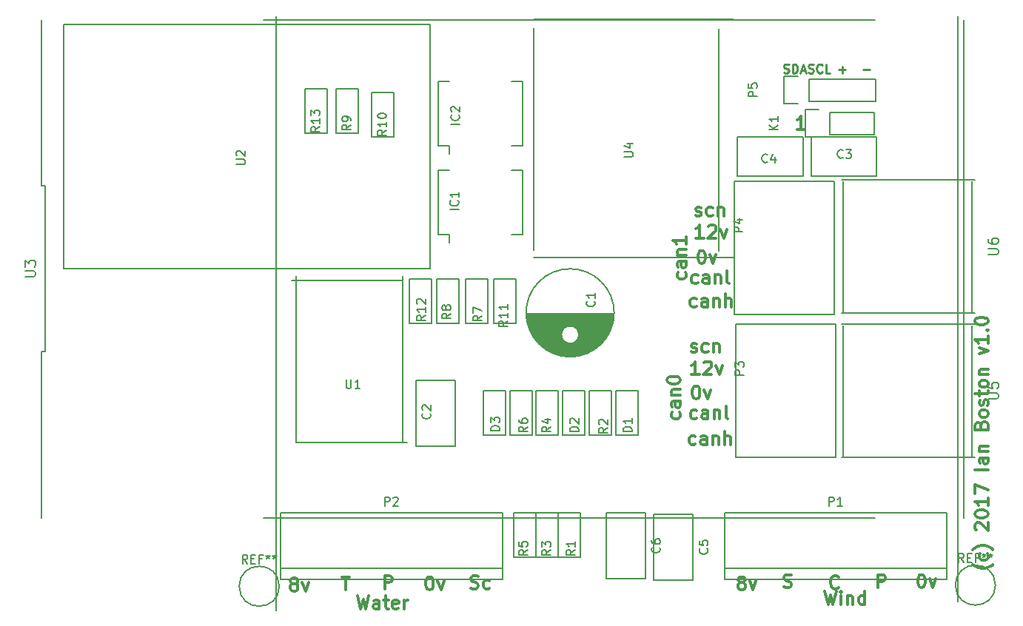
<source format=gto>
G04 #@! TF.FileFunction,Legend,Top*
%FSLAX46Y46*%
G04 Gerber Fmt 4.6, Leading zero omitted, Abs format (unit mm)*
G04 Created by KiCad (PCBNEW 4.0.6) date Thursday, 23 November 2017 'AMt' 10:57:14*
%MOMM*%
%LPD*%
G01*
G04 APERTURE LIST*
%ADD10C,0.100000*%
%ADD11C,0.300000*%
%ADD12C,0.250000*%
%ADD13C,0.200000*%
%ADD14C,0.150000*%
G04 APERTURE END LIST*
D10*
D11*
X156511572Y-58971571D02*
X155654429Y-58971571D01*
X156083001Y-58971571D02*
X156083001Y-57471571D01*
X155940144Y-57685857D01*
X155797286Y-57828714D01*
X155654429Y-57900143D01*
D12*
X163195048Y-52141429D02*
X163956953Y-52141429D01*
X160401048Y-52141429D02*
X161162953Y-52141429D01*
X160782001Y-52522381D02*
X160782001Y-51760476D01*
X156924524Y-52474762D02*
X157067381Y-52522381D01*
X157305477Y-52522381D01*
X157400715Y-52474762D01*
X157448334Y-52427143D01*
X157495953Y-52331905D01*
X157495953Y-52236667D01*
X157448334Y-52141429D01*
X157400715Y-52093810D01*
X157305477Y-52046190D01*
X157115000Y-51998571D01*
X157019762Y-51950952D01*
X156972143Y-51903333D01*
X156924524Y-51808095D01*
X156924524Y-51712857D01*
X156972143Y-51617619D01*
X157019762Y-51570000D01*
X157115000Y-51522381D01*
X157353096Y-51522381D01*
X157495953Y-51570000D01*
X158495953Y-52427143D02*
X158448334Y-52474762D01*
X158305477Y-52522381D01*
X158210239Y-52522381D01*
X158067381Y-52474762D01*
X157972143Y-52379524D01*
X157924524Y-52284286D01*
X157876905Y-52093810D01*
X157876905Y-51950952D01*
X157924524Y-51760476D01*
X157972143Y-51665238D01*
X158067381Y-51570000D01*
X158210239Y-51522381D01*
X158305477Y-51522381D01*
X158448334Y-51570000D01*
X158495953Y-51617619D01*
X159400715Y-52522381D02*
X158924524Y-52522381D01*
X158924524Y-51522381D01*
X154106714Y-52474762D02*
X154249571Y-52522381D01*
X154487667Y-52522381D01*
X154582905Y-52474762D01*
X154630524Y-52427143D01*
X154678143Y-52331905D01*
X154678143Y-52236667D01*
X154630524Y-52141429D01*
X154582905Y-52093810D01*
X154487667Y-52046190D01*
X154297190Y-51998571D01*
X154201952Y-51950952D01*
X154154333Y-51903333D01*
X154106714Y-51808095D01*
X154106714Y-51712857D01*
X154154333Y-51617619D01*
X154201952Y-51570000D01*
X154297190Y-51522381D01*
X154535286Y-51522381D01*
X154678143Y-51570000D01*
X155106714Y-52522381D02*
X155106714Y-51522381D01*
X155344809Y-51522381D01*
X155487667Y-51570000D01*
X155582905Y-51665238D01*
X155630524Y-51760476D01*
X155678143Y-51950952D01*
X155678143Y-52093810D01*
X155630524Y-52284286D01*
X155582905Y-52379524D01*
X155487667Y-52474762D01*
X155344809Y-52522381D01*
X155106714Y-52522381D01*
X156059095Y-52236667D02*
X156535286Y-52236667D01*
X155963857Y-52522381D02*
X156297190Y-51522381D01*
X156630524Y-52522381D01*
D11*
X178034000Y-108761856D02*
X177962571Y-108833284D01*
X177748286Y-108976141D01*
X177605429Y-109047570D01*
X177391143Y-109118999D01*
X177034000Y-109190427D01*
X176748286Y-109190427D01*
X176391143Y-109118999D01*
X176176857Y-109047570D01*
X176034000Y-108976141D01*
X175819714Y-108833284D01*
X175748286Y-108761856D01*
X177391143Y-107547570D02*
X177462571Y-107690427D01*
X177462571Y-107976141D01*
X177391143Y-108118999D01*
X177319714Y-108190427D01*
X177176857Y-108261856D01*
X176748286Y-108261856D01*
X176605429Y-108190427D01*
X176534000Y-108118999D01*
X176462571Y-107976141D01*
X176462571Y-107690427D01*
X176534000Y-107547570D01*
X178034000Y-107047570D02*
X177962571Y-106976142D01*
X177748286Y-106833285D01*
X177605429Y-106761856D01*
X177391143Y-106690427D01*
X177034000Y-106618999D01*
X176748286Y-106618999D01*
X176391143Y-106690427D01*
X176176857Y-106761856D01*
X176034000Y-106833285D01*
X175819714Y-106976142D01*
X175748286Y-107047570D01*
X176105429Y-104833285D02*
X176034000Y-104761856D01*
X175962571Y-104618999D01*
X175962571Y-104261856D01*
X176034000Y-104118999D01*
X176105429Y-104047570D01*
X176248286Y-103976142D01*
X176391143Y-103976142D01*
X176605429Y-104047570D01*
X177462571Y-104904713D01*
X177462571Y-103976142D01*
X175962571Y-103047571D02*
X175962571Y-102904714D01*
X176034000Y-102761857D01*
X176105429Y-102690428D01*
X176248286Y-102618999D01*
X176534000Y-102547571D01*
X176891143Y-102547571D01*
X177176857Y-102618999D01*
X177319714Y-102690428D01*
X177391143Y-102761857D01*
X177462571Y-102904714D01*
X177462571Y-103047571D01*
X177391143Y-103190428D01*
X177319714Y-103261857D01*
X177176857Y-103333285D01*
X176891143Y-103404714D01*
X176534000Y-103404714D01*
X176248286Y-103333285D01*
X176105429Y-103261857D01*
X176034000Y-103190428D01*
X175962571Y-103047571D01*
X177462571Y-101119000D02*
X177462571Y-101976143D01*
X177462571Y-101547571D02*
X175962571Y-101547571D01*
X176176857Y-101690428D01*
X176319714Y-101833286D01*
X176391143Y-101976143D01*
X175962571Y-100619000D02*
X175962571Y-99619000D01*
X177462571Y-100261857D01*
X177462571Y-97904715D02*
X175962571Y-97904715D01*
X177462571Y-96547572D02*
X176676857Y-96547572D01*
X176534000Y-96619001D01*
X176462571Y-96761858D01*
X176462571Y-97047572D01*
X176534000Y-97190429D01*
X177391143Y-96547572D02*
X177462571Y-96690429D01*
X177462571Y-97047572D01*
X177391143Y-97190429D01*
X177248286Y-97261858D01*
X177105429Y-97261858D01*
X176962571Y-97190429D01*
X176891143Y-97047572D01*
X176891143Y-96690429D01*
X176819714Y-96547572D01*
X176462571Y-95833286D02*
X177462571Y-95833286D01*
X176605429Y-95833286D02*
X176534000Y-95761858D01*
X176462571Y-95619000D01*
X176462571Y-95404715D01*
X176534000Y-95261858D01*
X176676857Y-95190429D01*
X177462571Y-95190429D01*
X176676857Y-92833286D02*
X176748286Y-92619000D01*
X176819714Y-92547572D01*
X176962571Y-92476143D01*
X177176857Y-92476143D01*
X177319714Y-92547572D01*
X177391143Y-92619000D01*
X177462571Y-92761858D01*
X177462571Y-93333286D01*
X175962571Y-93333286D01*
X175962571Y-92833286D01*
X176034000Y-92690429D01*
X176105429Y-92619000D01*
X176248286Y-92547572D01*
X176391143Y-92547572D01*
X176534000Y-92619000D01*
X176605429Y-92690429D01*
X176676857Y-92833286D01*
X176676857Y-93333286D01*
X177462571Y-91619000D02*
X177391143Y-91761858D01*
X177319714Y-91833286D01*
X177176857Y-91904715D01*
X176748286Y-91904715D01*
X176605429Y-91833286D01*
X176534000Y-91761858D01*
X176462571Y-91619000D01*
X176462571Y-91404715D01*
X176534000Y-91261858D01*
X176605429Y-91190429D01*
X176748286Y-91119000D01*
X177176857Y-91119000D01*
X177319714Y-91190429D01*
X177391143Y-91261858D01*
X177462571Y-91404715D01*
X177462571Y-91619000D01*
X177391143Y-90547572D02*
X177462571Y-90404715D01*
X177462571Y-90119000D01*
X177391143Y-89976143D01*
X177248286Y-89904715D01*
X177176857Y-89904715D01*
X177034000Y-89976143D01*
X176962571Y-90119000D01*
X176962571Y-90333286D01*
X176891143Y-90476143D01*
X176748286Y-90547572D01*
X176676857Y-90547572D01*
X176534000Y-90476143D01*
X176462571Y-90333286D01*
X176462571Y-90119000D01*
X176534000Y-89976143D01*
X176462571Y-89476143D02*
X176462571Y-88904714D01*
X175962571Y-89261857D02*
X177248286Y-89261857D01*
X177391143Y-89190429D01*
X177462571Y-89047571D01*
X177462571Y-88904714D01*
X177462571Y-88190428D02*
X177391143Y-88333286D01*
X177319714Y-88404714D01*
X177176857Y-88476143D01*
X176748286Y-88476143D01*
X176605429Y-88404714D01*
X176534000Y-88333286D01*
X176462571Y-88190428D01*
X176462571Y-87976143D01*
X176534000Y-87833286D01*
X176605429Y-87761857D01*
X176748286Y-87690428D01*
X177176857Y-87690428D01*
X177319714Y-87761857D01*
X177391143Y-87833286D01*
X177462571Y-87976143D01*
X177462571Y-88190428D01*
X176462571Y-87047571D02*
X177462571Y-87047571D01*
X176605429Y-87047571D02*
X176534000Y-86976143D01*
X176462571Y-86833285D01*
X176462571Y-86619000D01*
X176534000Y-86476143D01*
X176676857Y-86404714D01*
X177462571Y-86404714D01*
X176462571Y-84690428D02*
X177462571Y-84333285D01*
X176462571Y-83976143D01*
X177462571Y-82619000D02*
X177462571Y-83476143D01*
X177462571Y-83047571D02*
X175962571Y-83047571D01*
X176176857Y-83190428D01*
X176319714Y-83333286D01*
X176391143Y-83476143D01*
X177319714Y-81976143D02*
X177391143Y-81904715D01*
X177462571Y-81976143D01*
X177391143Y-82047572D01*
X177319714Y-81976143D01*
X177462571Y-81976143D01*
X175962571Y-80976143D02*
X175962571Y-80833286D01*
X176034000Y-80690429D01*
X176105429Y-80619000D01*
X176248286Y-80547571D01*
X176534000Y-80476143D01*
X176891143Y-80476143D01*
X177176857Y-80547571D01*
X177319714Y-80619000D01*
X177391143Y-80690429D01*
X177462571Y-80833286D01*
X177462571Y-80976143D01*
X177391143Y-81119000D01*
X177319714Y-81190429D01*
X177176857Y-81261857D01*
X176891143Y-81333286D01*
X176534000Y-81333286D01*
X176248286Y-81261857D01*
X176105429Y-81190429D01*
X176034000Y-81119000D01*
X175962571Y-80976143D01*
X158805857Y-111827571D02*
X159163000Y-113327571D01*
X159448714Y-112256143D01*
X159734428Y-113327571D01*
X160091571Y-111827571D01*
X160663000Y-113327571D02*
X160663000Y-112327571D01*
X160663000Y-111827571D02*
X160591571Y-111899000D01*
X160663000Y-111970429D01*
X160734428Y-111899000D01*
X160663000Y-111827571D01*
X160663000Y-111970429D01*
X161377286Y-112327571D02*
X161377286Y-113327571D01*
X161377286Y-112470429D02*
X161448714Y-112399000D01*
X161591572Y-112327571D01*
X161805857Y-112327571D01*
X161948714Y-112399000D01*
X162020143Y-112541857D01*
X162020143Y-113327571D01*
X163377286Y-113327571D02*
X163377286Y-111827571D01*
X163377286Y-113256143D02*
X163234429Y-113327571D01*
X162948715Y-113327571D01*
X162805857Y-113256143D01*
X162734429Y-113184714D01*
X162663000Y-113041857D01*
X162663000Y-112613286D01*
X162734429Y-112470429D01*
X162805857Y-112399000D01*
X162948715Y-112327571D01*
X163234429Y-112327571D01*
X163377286Y-112399000D01*
X169791143Y-109922571D02*
X169934000Y-109922571D01*
X170076857Y-109994000D01*
X170148286Y-110065429D01*
X170219715Y-110208286D01*
X170291143Y-110494000D01*
X170291143Y-110851143D01*
X170219715Y-111136857D01*
X170148286Y-111279714D01*
X170076857Y-111351143D01*
X169934000Y-111422571D01*
X169791143Y-111422571D01*
X169648286Y-111351143D01*
X169576857Y-111279714D01*
X169505429Y-111136857D01*
X169434000Y-110851143D01*
X169434000Y-110494000D01*
X169505429Y-110208286D01*
X169576857Y-110065429D01*
X169648286Y-109994000D01*
X169791143Y-109922571D01*
X170791143Y-110422571D02*
X171148286Y-111422571D01*
X171505428Y-110422571D01*
X164834143Y-111422571D02*
X164834143Y-109922571D01*
X165405571Y-109922571D01*
X165548429Y-109994000D01*
X165619857Y-110065429D01*
X165691286Y-110208286D01*
X165691286Y-110422571D01*
X165619857Y-110565429D01*
X165548429Y-110636857D01*
X165405571Y-110708286D01*
X164834143Y-110708286D01*
X160357286Y-111406714D02*
X160285857Y-111478143D01*
X160071571Y-111549571D01*
X159928714Y-111549571D01*
X159714429Y-111478143D01*
X159571571Y-111335286D01*
X159500143Y-111192429D01*
X159428714Y-110906714D01*
X159428714Y-110692429D01*
X159500143Y-110406714D01*
X159571571Y-110263857D01*
X159714429Y-110121000D01*
X159928714Y-110049571D01*
X160071571Y-110049571D01*
X160285857Y-110121000D01*
X160357286Y-110192429D01*
X154130429Y-111351143D02*
X154344715Y-111422571D01*
X154701858Y-111422571D01*
X154844715Y-111351143D01*
X154916144Y-111279714D01*
X154987572Y-111136857D01*
X154987572Y-110994000D01*
X154916144Y-110851143D01*
X154844715Y-110779714D01*
X154701858Y-110708286D01*
X154416144Y-110636857D01*
X154273286Y-110565429D01*
X154201858Y-110494000D01*
X154130429Y-110351143D01*
X154130429Y-110208286D01*
X154201858Y-110065429D01*
X154273286Y-109994000D01*
X154416144Y-109922571D01*
X154773286Y-109922571D01*
X154987572Y-109994000D01*
X149145715Y-110819429D02*
X149002857Y-110748000D01*
X148931429Y-110676571D01*
X148860000Y-110533714D01*
X148860000Y-110462286D01*
X148931429Y-110319429D01*
X149002857Y-110248000D01*
X149145715Y-110176571D01*
X149431429Y-110176571D01*
X149574286Y-110248000D01*
X149645715Y-110319429D01*
X149717143Y-110462286D01*
X149717143Y-110533714D01*
X149645715Y-110676571D01*
X149574286Y-110748000D01*
X149431429Y-110819429D01*
X149145715Y-110819429D01*
X149002857Y-110890857D01*
X148931429Y-110962286D01*
X148860000Y-111105143D01*
X148860000Y-111390857D01*
X148931429Y-111533714D01*
X149002857Y-111605143D01*
X149145715Y-111676571D01*
X149431429Y-111676571D01*
X149574286Y-111605143D01*
X149645715Y-111533714D01*
X149717143Y-111390857D01*
X149717143Y-111105143D01*
X149645715Y-110962286D01*
X149574286Y-110890857D01*
X149431429Y-110819429D01*
X150217143Y-110676571D02*
X150574286Y-111676571D01*
X150931428Y-110676571D01*
X118308572Y-111478143D02*
X118522858Y-111549571D01*
X118880001Y-111549571D01*
X119022858Y-111478143D01*
X119094287Y-111406714D01*
X119165715Y-111263857D01*
X119165715Y-111121000D01*
X119094287Y-110978143D01*
X119022858Y-110906714D01*
X118880001Y-110835286D01*
X118594287Y-110763857D01*
X118451429Y-110692429D01*
X118380001Y-110621000D01*
X118308572Y-110478143D01*
X118308572Y-110335286D01*
X118380001Y-110192429D01*
X118451429Y-110121000D01*
X118594287Y-110049571D01*
X118951429Y-110049571D01*
X119165715Y-110121000D01*
X120451429Y-111478143D02*
X120308572Y-111549571D01*
X120022858Y-111549571D01*
X119880000Y-111478143D01*
X119808572Y-111406714D01*
X119737143Y-111263857D01*
X119737143Y-110835286D01*
X119808572Y-110692429D01*
X119880000Y-110621000D01*
X120022858Y-110549571D01*
X120308572Y-110549571D01*
X120451429Y-110621000D01*
X113530143Y-110176571D02*
X113673000Y-110176571D01*
X113815857Y-110248000D01*
X113887286Y-110319429D01*
X113958715Y-110462286D01*
X114030143Y-110748000D01*
X114030143Y-111105143D01*
X113958715Y-111390857D01*
X113887286Y-111533714D01*
X113815857Y-111605143D01*
X113673000Y-111676571D01*
X113530143Y-111676571D01*
X113387286Y-111605143D01*
X113315857Y-111533714D01*
X113244429Y-111390857D01*
X113173000Y-111105143D01*
X113173000Y-110748000D01*
X113244429Y-110462286D01*
X113315857Y-110319429D01*
X113387286Y-110248000D01*
X113530143Y-110176571D01*
X114530143Y-110676571D02*
X114887286Y-111676571D01*
X115244428Y-110676571D01*
X108446143Y-111549571D02*
X108446143Y-110049571D01*
X109017571Y-110049571D01*
X109160429Y-110121000D01*
X109231857Y-110192429D01*
X109303286Y-110335286D01*
X109303286Y-110549571D01*
X109231857Y-110692429D01*
X109160429Y-110763857D01*
X109017571Y-110835286D01*
X108446143Y-110835286D01*
X105346858Y-112335571D02*
X105704001Y-113835571D01*
X105989715Y-112764143D01*
X106275429Y-113835571D01*
X106632572Y-112335571D01*
X107846858Y-113835571D02*
X107846858Y-113049857D01*
X107775429Y-112907000D01*
X107632572Y-112835571D01*
X107346858Y-112835571D01*
X107204001Y-112907000D01*
X107846858Y-113764143D02*
X107704001Y-113835571D01*
X107346858Y-113835571D01*
X107204001Y-113764143D01*
X107132572Y-113621286D01*
X107132572Y-113478429D01*
X107204001Y-113335571D01*
X107346858Y-113264143D01*
X107704001Y-113264143D01*
X107846858Y-113192714D01*
X108346858Y-112835571D02*
X108918287Y-112835571D01*
X108561144Y-112335571D02*
X108561144Y-113621286D01*
X108632572Y-113764143D01*
X108775430Y-113835571D01*
X108918287Y-113835571D01*
X109989715Y-113764143D02*
X109846858Y-113835571D01*
X109561144Y-113835571D01*
X109418287Y-113764143D01*
X109346858Y-113621286D01*
X109346858Y-113049857D01*
X109418287Y-112907000D01*
X109561144Y-112835571D01*
X109846858Y-112835571D01*
X109989715Y-112907000D01*
X110061144Y-113049857D01*
X110061144Y-113192714D01*
X109346858Y-113335571D01*
X110704001Y-113835571D02*
X110704001Y-112835571D01*
X110704001Y-113121286D02*
X110775429Y-112978429D01*
X110846858Y-112907000D01*
X110989715Y-112835571D01*
X111132572Y-112835571D01*
X103584429Y-110176571D02*
X104441572Y-110176571D01*
X104013001Y-111676571D02*
X104013001Y-110176571D01*
X97964715Y-110946429D02*
X97821857Y-110875000D01*
X97750429Y-110803571D01*
X97679000Y-110660714D01*
X97679000Y-110589286D01*
X97750429Y-110446429D01*
X97821857Y-110375000D01*
X97964715Y-110303571D01*
X98250429Y-110303571D01*
X98393286Y-110375000D01*
X98464715Y-110446429D01*
X98536143Y-110589286D01*
X98536143Y-110660714D01*
X98464715Y-110803571D01*
X98393286Y-110875000D01*
X98250429Y-110946429D01*
X97964715Y-110946429D01*
X97821857Y-111017857D01*
X97750429Y-111089286D01*
X97679000Y-111232143D01*
X97679000Y-111517857D01*
X97750429Y-111660714D01*
X97821857Y-111732143D01*
X97964715Y-111803571D01*
X98250429Y-111803571D01*
X98393286Y-111732143D01*
X98464715Y-111660714D01*
X98536143Y-111517857D01*
X98536143Y-111232143D01*
X98464715Y-111089286D01*
X98393286Y-111017857D01*
X98250429Y-110946429D01*
X99036143Y-110803571D02*
X99393286Y-111803571D01*
X99750428Y-110803571D01*
X142212143Y-91376285D02*
X142283571Y-91519142D01*
X142283571Y-91804856D01*
X142212143Y-91947714D01*
X142140714Y-92019142D01*
X141997857Y-92090571D01*
X141569286Y-92090571D01*
X141426429Y-92019142D01*
X141355000Y-91947714D01*
X141283571Y-91804856D01*
X141283571Y-91519142D01*
X141355000Y-91376285D01*
X142283571Y-90090571D02*
X141497857Y-90090571D01*
X141355000Y-90162000D01*
X141283571Y-90304857D01*
X141283571Y-90590571D01*
X141355000Y-90733428D01*
X142212143Y-90090571D02*
X142283571Y-90233428D01*
X142283571Y-90590571D01*
X142212143Y-90733428D01*
X142069286Y-90804857D01*
X141926429Y-90804857D01*
X141783571Y-90733428D01*
X141712143Y-90590571D01*
X141712143Y-90233428D01*
X141640714Y-90090571D01*
X141283571Y-89376285D02*
X142283571Y-89376285D01*
X141426429Y-89376285D02*
X141355000Y-89304857D01*
X141283571Y-89161999D01*
X141283571Y-88947714D01*
X141355000Y-88804857D01*
X141497857Y-88733428D01*
X142283571Y-88733428D01*
X140783571Y-87733428D02*
X140783571Y-87590571D01*
X140855000Y-87447714D01*
X140926429Y-87376285D01*
X141069286Y-87304856D01*
X141355000Y-87233428D01*
X141712143Y-87233428D01*
X141997857Y-87304856D01*
X142140714Y-87376285D01*
X142212143Y-87447714D01*
X142283571Y-87590571D01*
X142283571Y-87733428D01*
X142212143Y-87876285D01*
X142140714Y-87947714D01*
X141997857Y-88019142D01*
X141712143Y-88090571D01*
X141355000Y-88090571D01*
X141069286Y-88019142D01*
X140926429Y-87947714D01*
X140855000Y-87876285D01*
X140783571Y-87733428D01*
X142847143Y-75374285D02*
X142918571Y-75517142D01*
X142918571Y-75802856D01*
X142847143Y-75945714D01*
X142775714Y-76017142D01*
X142632857Y-76088571D01*
X142204286Y-76088571D01*
X142061429Y-76017142D01*
X141990000Y-75945714D01*
X141918571Y-75802856D01*
X141918571Y-75517142D01*
X141990000Y-75374285D01*
X142918571Y-74088571D02*
X142132857Y-74088571D01*
X141990000Y-74160000D01*
X141918571Y-74302857D01*
X141918571Y-74588571D01*
X141990000Y-74731428D01*
X142847143Y-74088571D02*
X142918571Y-74231428D01*
X142918571Y-74588571D01*
X142847143Y-74731428D01*
X142704286Y-74802857D01*
X142561429Y-74802857D01*
X142418571Y-74731428D01*
X142347143Y-74588571D01*
X142347143Y-74231428D01*
X142275714Y-74088571D01*
X141918571Y-73374285D02*
X142918571Y-73374285D01*
X142061429Y-73374285D02*
X141990000Y-73302857D01*
X141918571Y-73159999D01*
X141918571Y-72945714D01*
X141990000Y-72802857D01*
X142132857Y-72731428D01*
X142918571Y-72731428D01*
X142918571Y-71231428D02*
X142918571Y-72088571D01*
X142918571Y-71659999D02*
X141418571Y-71659999D01*
X141632857Y-71802856D01*
X141775714Y-71945714D01*
X141847143Y-72088571D01*
X144117429Y-79220143D02*
X143974572Y-79291571D01*
X143688858Y-79291571D01*
X143546000Y-79220143D01*
X143474572Y-79148714D01*
X143403143Y-79005857D01*
X143403143Y-78577286D01*
X143474572Y-78434429D01*
X143546000Y-78363000D01*
X143688858Y-78291571D01*
X143974572Y-78291571D01*
X144117429Y-78363000D01*
X145403143Y-79291571D02*
X145403143Y-78505857D01*
X145331714Y-78363000D01*
X145188857Y-78291571D01*
X144903143Y-78291571D01*
X144760286Y-78363000D01*
X145403143Y-79220143D02*
X145260286Y-79291571D01*
X144903143Y-79291571D01*
X144760286Y-79220143D01*
X144688857Y-79077286D01*
X144688857Y-78934429D01*
X144760286Y-78791571D01*
X144903143Y-78720143D01*
X145260286Y-78720143D01*
X145403143Y-78648714D01*
X146117429Y-78291571D02*
X146117429Y-79291571D01*
X146117429Y-78434429D02*
X146188857Y-78363000D01*
X146331715Y-78291571D01*
X146546000Y-78291571D01*
X146688857Y-78363000D01*
X146760286Y-78505857D01*
X146760286Y-79291571D01*
X147474572Y-79291571D02*
X147474572Y-77791571D01*
X148117429Y-79291571D02*
X148117429Y-78505857D01*
X148046000Y-78363000D01*
X147903143Y-78291571D01*
X147688858Y-78291571D01*
X147546000Y-78363000D01*
X147474572Y-78434429D01*
X144276143Y-76553143D02*
X144133286Y-76624571D01*
X143847572Y-76624571D01*
X143704714Y-76553143D01*
X143633286Y-76481714D01*
X143561857Y-76338857D01*
X143561857Y-75910286D01*
X143633286Y-75767429D01*
X143704714Y-75696000D01*
X143847572Y-75624571D01*
X144133286Y-75624571D01*
X144276143Y-75696000D01*
X145561857Y-76624571D02*
X145561857Y-75838857D01*
X145490428Y-75696000D01*
X145347571Y-75624571D01*
X145061857Y-75624571D01*
X144919000Y-75696000D01*
X145561857Y-76553143D02*
X145419000Y-76624571D01*
X145061857Y-76624571D01*
X144919000Y-76553143D01*
X144847571Y-76410286D01*
X144847571Y-76267429D01*
X144919000Y-76124571D01*
X145061857Y-76053143D01*
X145419000Y-76053143D01*
X145561857Y-75981714D01*
X146276143Y-75624571D02*
X146276143Y-76624571D01*
X146276143Y-75767429D02*
X146347571Y-75696000D01*
X146490429Y-75624571D01*
X146704714Y-75624571D01*
X146847571Y-75696000D01*
X146919000Y-75838857D01*
X146919000Y-76624571D01*
X147847572Y-76624571D02*
X147704714Y-76553143D01*
X147633286Y-76410286D01*
X147633286Y-75124571D01*
X144645143Y-72838571D02*
X144788000Y-72838571D01*
X144930857Y-72910000D01*
X145002286Y-72981429D01*
X145073715Y-73124286D01*
X145145143Y-73410000D01*
X145145143Y-73767143D01*
X145073715Y-74052857D01*
X145002286Y-74195714D01*
X144930857Y-74267143D01*
X144788000Y-74338571D01*
X144645143Y-74338571D01*
X144502286Y-74267143D01*
X144430857Y-74195714D01*
X144359429Y-74052857D01*
X144288000Y-73767143D01*
X144288000Y-73410000D01*
X144359429Y-73124286D01*
X144430857Y-72981429D01*
X144502286Y-72910000D01*
X144645143Y-72838571D01*
X145645143Y-73338571D02*
X146002286Y-74338571D01*
X146359428Y-73338571D01*
X144938858Y-71417571D02*
X144081715Y-71417571D01*
X144510287Y-71417571D02*
X144510287Y-69917571D01*
X144367430Y-70131857D01*
X144224572Y-70274714D01*
X144081715Y-70346143D01*
X145510286Y-70060429D02*
X145581715Y-69989000D01*
X145724572Y-69917571D01*
X146081715Y-69917571D01*
X146224572Y-69989000D01*
X146296001Y-70060429D01*
X146367429Y-70203286D01*
X146367429Y-70346143D01*
X146296001Y-70560429D01*
X145438858Y-71417571D01*
X146367429Y-71417571D01*
X146867429Y-70417571D02*
X147224572Y-71417571D01*
X147581714Y-70417571D01*
X144026143Y-68806143D02*
X144169000Y-68877571D01*
X144454715Y-68877571D01*
X144597572Y-68806143D01*
X144669000Y-68663286D01*
X144669000Y-68591857D01*
X144597572Y-68449000D01*
X144454715Y-68377571D01*
X144240429Y-68377571D01*
X144097572Y-68306143D01*
X144026143Y-68163286D01*
X144026143Y-68091857D01*
X144097572Y-67949000D01*
X144240429Y-67877571D01*
X144454715Y-67877571D01*
X144597572Y-67949000D01*
X145954715Y-68806143D02*
X145811858Y-68877571D01*
X145526144Y-68877571D01*
X145383286Y-68806143D01*
X145311858Y-68734714D01*
X145240429Y-68591857D01*
X145240429Y-68163286D01*
X145311858Y-68020429D01*
X145383286Y-67949000D01*
X145526144Y-67877571D01*
X145811858Y-67877571D01*
X145954715Y-67949000D01*
X146597572Y-67877571D02*
X146597572Y-68877571D01*
X146597572Y-68020429D02*
X146669000Y-67949000D01*
X146811858Y-67877571D01*
X147026143Y-67877571D01*
X147169000Y-67949000D01*
X147240429Y-68091857D01*
X147240429Y-68877571D01*
X143518143Y-84427143D02*
X143661000Y-84498571D01*
X143946715Y-84498571D01*
X144089572Y-84427143D01*
X144161000Y-84284286D01*
X144161000Y-84212857D01*
X144089572Y-84070000D01*
X143946715Y-83998571D01*
X143732429Y-83998571D01*
X143589572Y-83927143D01*
X143518143Y-83784286D01*
X143518143Y-83712857D01*
X143589572Y-83570000D01*
X143732429Y-83498571D01*
X143946715Y-83498571D01*
X144089572Y-83570000D01*
X145446715Y-84427143D02*
X145303858Y-84498571D01*
X145018144Y-84498571D01*
X144875286Y-84427143D01*
X144803858Y-84355714D01*
X144732429Y-84212857D01*
X144732429Y-83784286D01*
X144803858Y-83641429D01*
X144875286Y-83570000D01*
X145018144Y-83498571D01*
X145303858Y-83498571D01*
X145446715Y-83570000D01*
X146089572Y-83498571D02*
X146089572Y-84498571D01*
X146089572Y-83641429D02*
X146161000Y-83570000D01*
X146303858Y-83498571D01*
X146518143Y-83498571D01*
X146661000Y-83570000D01*
X146732429Y-83712857D01*
X146732429Y-84498571D01*
X144430858Y-87038571D02*
X143573715Y-87038571D01*
X144002287Y-87038571D02*
X144002287Y-85538571D01*
X143859430Y-85752857D01*
X143716572Y-85895714D01*
X143573715Y-85967143D01*
X145002286Y-85681429D02*
X145073715Y-85610000D01*
X145216572Y-85538571D01*
X145573715Y-85538571D01*
X145716572Y-85610000D01*
X145788001Y-85681429D01*
X145859429Y-85824286D01*
X145859429Y-85967143D01*
X145788001Y-86181429D01*
X144930858Y-87038571D01*
X145859429Y-87038571D01*
X146359429Y-86038571D02*
X146716572Y-87038571D01*
X147073714Y-86038571D01*
X144010143Y-88332571D02*
X144153000Y-88332571D01*
X144295857Y-88404000D01*
X144367286Y-88475429D01*
X144438715Y-88618286D01*
X144510143Y-88904000D01*
X144510143Y-89261143D01*
X144438715Y-89546857D01*
X144367286Y-89689714D01*
X144295857Y-89761143D01*
X144153000Y-89832571D01*
X144010143Y-89832571D01*
X143867286Y-89761143D01*
X143795857Y-89689714D01*
X143724429Y-89546857D01*
X143653000Y-89261143D01*
X143653000Y-88904000D01*
X143724429Y-88618286D01*
X143795857Y-88475429D01*
X143867286Y-88404000D01*
X144010143Y-88332571D01*
X145010143Y-88832571D02*
X145367286Y-89832571D01*
X145724428Y-88832571D01*
X144149143Y-92047143D02*
X144006286Y-92118571D01*
X143720572Y-92118571D01*
X143577714Y-92047143D01*
X143506286Y-91975714D01*
X143434857Y-91832857D01*
X143434857Y-91404286D01*
X143506286Y-91261429D01*
X143577714Y-91190000D01*
X143720572Y-91118571D01*
X144006286Y-91118571D01*
X144149143Y-91190000D01*
X145434857Y-92118571D02*
X145434857Y-91332857D01*
X145363428Y-91190000D01*
X145220571Y-91118571D01*
X144934857Y-91118571D01*
X144792000Y-91190000D01*
X145434857Y-92047143D02*
X145292000Y-92118571D01*
X144934857Y-92118571D01*
X144792000Y-92047143D01*
X144720571Y-91904286D01*
X144720571Y-91761429D01*
X144792000Y-91618571D01*
X144934857Y-91547143D01*
X145292000Y-91547143D01*
X145434857Y-91475714D01*
X146149143Y-91118571D02*
X146149143Y-92118571D01*
X146149143Y-91261429D02*
X146220571Y-91190000D01*
X146363429Y-91118571D01*
X146577714Y-91118571D01*
X146720571Y-91190000D01*
X146792000Y-91332857D01*
X146792000Y-92118571D01*
X147720572Y-92118571D02*
X147577714Y-92047143D01*
X147506286Y-91904286D01*
X147506286Y-90618571D01*
X143990429Y-94968143D02*
X143847572Y-95039571D01*
X143561858Y-95039571D01*
X143419000Y-94968143D01*
X143347572Y-94896714D01*
X143276143Y-94753857D01*
X143276143Y-94325286D01*
X143347572Y-94182429D01*
X143419000Y-94111000D01*
X143561858Y-94039571D01*
X143847572Y-94039571D01*
X143990429Y-94111000D01*
X145276143Y-95039571D02*
X145276143Y-94253857D01*
X145204714Y-94111000D01*
X145061857Y-94039571D01*
X144776143Y-94039571D01*
X144633286Y-94111000D01*
X145276143Y-94968143D02*
X145133286Y-95039571D01*
X144776143Y-95039571D01*
X144633286Y-94968143D01*
X144561857Y-94825286D01*
X144561857Y-94682429D01*
X144633286Y-94539571D01*
X144776143Y-94468143D01*
X145133286Y-94468143D01*
X145276143Y-94396714D01*
X145990429Y-94039571D02*
X145990429Y-95039571D01*
X145990429Y-94182429D02*
X146061857Y-94111000D01*
X146204715Y-94039571D01*
X146419000Y-94039571D01*
X146561857Y-94111000D01*
X146633286Y-94253857D01*
X146633286Y-95039571D01*
X147347572Y-95039571D02*
X147347572Y-93539571D01*
X147990429Y-95039571D02*
X147990429Y-94253857D01*
X147919000Y-94111000D01*
X147776143Y-94039571D01*
X147561858Y-94039571D01*
X147419000Y-94111000D01*
X147347572Y-94182429D01*
D13*
X174000000Y-46000000D02*
X174000000Y-113000000D01*
X96000000Y-46000000D02*
X96000000Y-114000000D01*
D14*
X134666000Y-80045000D02*
X124668000Y-80045000D01*
X134662000Y-80185000D02*
X124672000Y-80185000D01*
X134654000Y-80325000D02*
X124680000Y-80325000D01*
X134642000Y-80465000D02*
X124692000Y-80465000D01*
X134627000Y-80605000D02*
X124707000Y-80605000D01*
X134607000Y-80745000D02*
X124727000Y-80745000D01*
X134583000Y-80885000D02*
X124751000Y-80885000D01*
X134554000Y-81025000D02*
X124780000Y-81025000D01*
X134522000Y-81165000D02*
X124812000Y-81165000D01*
X134485000Y-81305000D02*
X124849000Y-81305000D01*
X134444000Y-81445000D02*
X124890000Y-81445000D01*
X134399000Y-81585000D02*
X130133000Y-81585000D01*
X129201000Y-81585000D02*
X124935000Y-81585000D01*
X134349000Y-81725000D02*
X130334000Y-81725000D01*
X129000000Y-81725000D02*
X124985000Y-81725000D01*
X134294000Y-81865000D02*
X130463000Y-81865000D01*
X128871000Y-81865000D02*
X125040000Y-81865000D01*
X134234000Y-82005000D02*
X130552000Y-82005000D01*
X128782000Y-82005000D02*
X125100000Y-82005000D01*
X134169000Y-82145000D02*
X130613000Y-82145000D01*
X128721000Y-82145000D02*
X125165000Y-82145000D01*
X134099000Y-82285000D02*
X130650000Y-82285000D01*
X128684000Y-82285000D02*
X125235000Y-82285000D01*
X134023000Y-82425000D02*
X130666000Y-82425000D01*
X128668000Y-82425000D02*
X125311000Y-82425000D01*
X133941000Y-82565000D02*
X130662000Y-82565000D01*
X128672000Y-82565000D02*
X125393000Y-82565000D01*
X133853000Y-82705000D02*
X130639000Y-82705000D01*
X128695000Y-82705000D02*
X125481000Y-82705000D01*
X133758000Y-82845000D02*
X130594000Y-82845000D01*
X128740000Y-82845000D02*
X125576000Y-82845000D01*
X133656000Y-82985000D02*
X130524000Y-82985000D01*
X128810000Y-82985000D02*
X125678000Y-82985000D01*
X133546000Y-83125000D02*
X130423000Y-83125000D01*
X128911000Y-83125000D02*
X125788000Y-83125000D01*
X133428000Y-83265000D02*
X130274000Y-83265000D01*
X129060000Y-83265000D02*
X125906000Y-83265000D01*
X133300000Y-83405000D02*
X130022000Y-83405000D01*
X129312000Y-83405000D02*
X126034000Y-83405000D01*
X133163000Y-83545000D02*
X126171000Y-83545000D01*
X133013000Y-83685000D02*
X126321000Y-83685000D01*
X132851000Y-83825000D02*
X126483000Y-83825000D01*
X132674000Y-83965000D02*
X126660000Y-83965000D01*
X132478000Y-84105000D02*
X126856000Y-84105000D01*
X132260000Y-84245000D02*
X127074000Y-84245000D01*
X132014000Y-84385000D02*
X127320000Y-84385000D01*
X131729000Y-84525000D02*
X127605000Y-84525000D01*
X131387000Y-84665000D02*
X127947000Y-84665000D01*
X130941000Y-84805000D02*
X128393000Y-84805000D01*
X130166000Y-84945000D02*
X129168000Y-84945000D01*
X130667000Y-82470000D02*
G75*
G03X130667000Y-82470000I-1000000J0D01*
G01*
X134704500Y-79970000D02*
G75*
G03X134704500Y-79970000I-5037500J0D01*
G01*
X112050000Y-95230000D02*
X112050000Y-87730000D01*
X112050000Y-87730000D02*
X116550000Y-87730000D01*
X116550000Y-87730000D02*
X116550000Y-95230000D01*
X116550000Y-95230000D02*
X112050000Y-95230000D01*
X157246000Y-59853000D02*
X164746000Y-59853000D01*
X164746000Y-59853000D02*
X164746000Y-64353000D01*
X164746000Y-64353000D02*
X157246000Y-64353000D01*
X157246000Y-64353000D02*
X157246000Y-59853000D01*
X156317000Y-64353000D02*
X148817000Y-64353000D01*
X148817000Y-64353000D02*
X148817000Y-59853000D01*
X148817000Y-59853000D02*
X156317000Y-59853000D01*
X156317000Y-59853000D02*
X156317000Y-64353000D01*
X114545000Y-70985000D02*
X115815000Y-70985000D01*
X114545000Y-63635000D02*
X115815000Y-63635000D01*
X124215000Y-63635000D02*
X122945000Y-63635000D01*
X124215000Y-70985000D02*
X122945000Y-70985000D01*
X114545000Y-70985000D02*
X114545000Y-63635000D01*
X124215000Y-70985000D02*
X124215000Y-63635000D01*
X115815000Y-70985000D02*
X115815000Y-71920000D01*
X114545000Y-60825000D02*
X115815000Y-60825000D01*
X114545000Y-53475000D02*
X115815000Y-53475000D01*
X124215000Y-53475000D02*
X122945000Y-53475000D01*
X124215000Y-60825000D02*
X122945000Y-60825000D01*
X114545000Y-60825000D02*
X114545000Y-53475000D01*
X124215000Y-60825000D02*
X124215000Y-53475000D01*
X115815000Y-60825000D02*
X115815000Y-61760000D01*
X147320000Y-110490000D02*
X172720000Y-110490000D01*
X147320000Y-109220000D02*
X172720000Y-109220000D01*
X147320000Y-102870000D02*
X172720000Y-102870000D01*
X172720000Y-102870000D02*
X172720000Y-110490000D01*
X147320000Y-102870000D02*
X147320000Y-110490000D01*
X96520000Y-110490000D02*
X121920000Y-110490000D01*
X96520000Y-109220000D02*
X121920000Y-109220000D01*
X96520000Y-102870000D02*
X121920000Y-102870000D01*
X121920000Y-102870000D02*
X121920000Y-110490000D01*
X96520000Y-102870000D02*
X96520000Y-110490000D01*
X158750000Y-96520000D02*
X160020000Y-96520000D01*
X158750000Y-81280000D02*
X160020000Y-81280000D01*
X148590000Y-96520000D02*
X158750000Y-96520000D01*
X148590000Y-81280000D02*
X148590000Y-96520000D01*
X158750000Y-81280000D02*
X148590000Y-81280000D01*
X160020000Y-96520000D02*
X160020000Y-81280000D01*
X158623000Y-80137000D02*
X159893000Y-80137000D01*
X158623000Y-64897000D02*
X159893000Y-64897000D01*
X148463000Y-80137000D02*
X158623000Y-80137000D01*
X148463000Y-64897000D02*
X148463000Y-80137000D01*
X158623000Y-64897000D02*
X148463000Y-64897000D01*
X159893000Y-80137000D02*
X159893000Y-64897000D01*
X130810000Y-102870000D02*
X130810000Y-107950000D01*
X130810000Y-107950000D02*
X128270000Y-107950000D01*
X128270000Y-107950000D02*
X128270000Y-102870000D01*
X128270000Y-102870000D02*
X130810000Y-102870000D01*
X134366000Y-88900000D02*
X134366000Y-93980000D01*
X134366000Y-93980000D02*
X131826000Y-93980000D01*
X131826000Y-93980000D02*
X131826000Y-88900000D01*
X131826000Y-88900000D02*
X134366000Y-88900000D01*
X128270000Y-102870000D02*
X128270000Y-107950000D01*
X128270000Y-107950000D02*
X125730000Y-107950000D01*
X125730000Y-107950000D02*
X125730000Y-102870000D01*
X125730000Y-102870000D02*
X128270000Y-102870000D01*
X128270000Y-88900000D02*
X128270000Y-93980000D01*
X128270000Y-93980000D02*
X125730000Y-93980000D01*
X125730000Y-93980000D02*
X125730000Y-88900000D01*
X125730000Y-88900000D02*
X128270000Y-88900000D01*
X125730000Y-102870000D02*
X125730000Y-107950000D01*
X125730000Y-107950000D02*
X123190000Y-107950000D01*
X123190000Y-107950000D02*
X123190000Y-102870000D01*
X123190000Y-102870000D02*
X125730000Y-102870000D01*
X125349000Y-88900000D02*
X125349000Y-93980000D01*
X125349000Y-93980000D02*
X122809000Y-93980000D01*
X122809000Y-93980000D02*
X122809000Y-88900000D01*
X122809000Y-88900000D02*
X125349000Y-88900000D01*
X120269000Y-76073000D02*
X120269000Y-81153000D01*
X120269000Y-81153000D02*
X117729000Y-81153000D01*
X117729000Y-81153000D02*
X117729000Y-76073000D01*
X117729000Y-76073000D02*
X120269000Y-76073000D01*
X116967000Y-76073000D02*
X116967000Y-81153000D01*
X116967000Y-81153000D02*
X114427000Y-81153000D01*
X114427000Y-81153000D02*
X114427000Y-76073000D01*
X114427000Y-76073000D02*
X116967000Y-76073000D01*
X102870000Y-59436000D02*
X102870000Y-54356000D01*
X102870000Y-54356000D02*
X105410000Y-54356000D01*
X105410000Y-54356000D02*
X105410000Y-59436000D01*
X105410000Y-59436000D02*
X102870000Y-59436000D01*
X106934000Y-59817000D02*
X106934000Y-54737000D01*
X106934000Y-54737000D02*
X109474000Y-54737000D01*
X109474000Y-54737000D02*
X109474000Y-59817000D01*
X109474000Y-59817000D02*
X106934000Y-59817000D01*
X113630000Y-46980000D02*
X113630000Y-74920000D01*
X113630000Y-74920000D02*
X71720000Y-74920000D01*
X71720000Y-74920000D02*
X71720000Y-46980000D01*
X71720000Y-46980000D02*
X113630000Y-46980000D01*
X160690000Y-96530000D02*
X175930000Y-96530000D01*
X175930000Y-81290000D02*
X160690000Y-81290000D01*
X160910000Y-96350000D02*
X160910000Y-81450000D01*
X175640000Y-81450000D02*
X175640000Y-96350000D01*
X160690000Y-80020000D02*
X175930000Y-80020000D01*
X175930000Y-64780000D02*
X160690000Y-64780000D01*
X160910000Y-79840000D02*
X160910000Y-64940000D01*
X175640000Y-64940000D02*
X175640000Y-79840000D01*
X137414000Y-88900000D02*
X137414000Y-93980000D01*
X137414000Y-93980000D02*
X134874000Y-93980000D01*
X134874000Y-93980000D02*
X134874000Y-88900000D01*
X134874000Y-88900000D02*
X137414000Y-88900000D01*
X131318000Y-88900000D02*
X131318000Y-93980000D01*
X131318000Y-93980000D02*
X128778000Y-93980000D01*
X128778000Y-93980000D02*
X128778000Y-88900000D01*
X128778000Y-88900000D02*
X131318000Y-88900000D01*
X122301000Y-88900000D02*
X122301000Y-93980000D01*
X122301000Y-93980000D02*
X119761000Y-93980000D01*
X119761000Y-93980000D02*
X119761000Y-88900000D01*
X119761000Y-88900000D02*
X122301000Y-88900000D01*
X143728000Y-103017000D02*
X143728000Y-110517000D01*
X143728000Y-110517000D02*
X139228000Y-110517000D01*
X139228000Y-110517000D02*
X139228000Y-103017000D01*
X139228000Y-103017000D02*
X143728000Y-103017000D01*
X138267000Y-102890000D02*
X138267000Y-110390000D01*
X138267000Y-110390000D02*
X133767000Y-110390000D01*
X133767000Y-110390000D02*
X133767000Y-102890000D01*
X133767000Y-102890000D02*
X138267000Y-102890000D01*
X123444000Y-76073000D02*
X123444000Y-81153000D01*
X123444000Y-81153000D02*
X120904000Y-81153000D01*
X120904000Y-81153000D02*
X120904000Y-76073000D01*
X120904000Y-76073000D02*
X123444000Y-76073000D01*
X113792000Y-76073000D02*
X113792000Y-81153000D01*
X113792000Y-81153000D02*
X111252000Y-81153000D01*
X111252000Y-81153000D02*
X111252000Y-76073000D01*
X111252000Y-76073000D02*
X113792000Y-76073000D01*
X96393000Y-111252000D02*
G75*
G03X96393000Y-111252000I-2286000J0D01*
G01*
X178308000Y-111125000D02*
G75*
G03X178308000Y-111125000I-2286000J0D01*
G01*
X97835000Y-76228000D02*
X110535000Y-76228000D01*
X110535000Y-75728000D02*
X110535000Y-94778000D01*
X111035000Y-94778000D02*
X98335000Y-94778000D01*
X98335000Y-94778000D02*
X98335000Y-75728000D01*
X146688100Y-47475300D02*
X146688100Y-72875300D01*
X148377200Y-73672100D02*
X125517200Y-73672100D01*
X125542600Y-72761000D02*
X125542600Y-47361000D01*
X125529900Y-46399100D02*
X148389900Y-46399100D01*
X94580000Y-103424999D02*
X164500000Y-103425000D01*
X174660000Y-103425000D02*
X174660000Y-46435001D01*
X164500000Y-46435001D02*
X94580000Y-46435000D01*
X69180000Y-46435000D02*
X69180000Y-65431667D01*
X69180000Y-65431667D02*
X69630000Y-65431667D01*
X69630000Y-65431667D02*
X69630000Y-84428333D01*
X69630000Y-84428333D02*
X69180000Y-84428333D01*
X69180000Y-84428333D02*
X69180000Y-103424999D01*
X159385000Y-59563000D02*
X164465000Y-59563000D01*
X164465000Y-59563000D02*
X164465000Y-57023000D01*
X164465000Y-57023000D02*
X159385000Y-57023000D01*
X156565000Y-56743000D02*
X158115000Y-56743000D01*
X159385000Y-57023000D02*
X159385000Y-59563000D01*
X158115000Y-59843000D02*
X156565000Y-59843000D01*
X156565000Y-59843000D02*
X156565000Y-56743000D01*
X156972000Y-55753000D02*
X164592000Y-55753000D01*
X156972000Y-53213000D02*
X164592000Y-53213000D01*
X154152000Y-52933000D02*
X155702000Y-52933000D01*
X164592000Y-55753000D02*
X164592000Y-53213000D01*
X156972000Y-53213000D02*
X156972000Y-55753000D01*
X155702000Y-56033000D02*
X154152000Y-56033000D01*
X154152000Y-56033000D02*
X154152000Y-52933000D01*
X101854000Y-54356000D02*
X101854000Y-59436000D01*
X101854000Y-59436000D02*
X99314000Y-59436000D01*
X99314000Y-59436000D02*
X99314000Y-54356000D01*
X99314000Y-54356000D02*
X101854000Y-54356000D01*
X132437143Y-78652666D02*
X132484762Y-78700285D01*
X132532381Y-78843142D01*
X132532381Y-78938380D01*
X132484762Y-79081238D01*
X132389524Y-79176476D01*
X132294286Y-79224095D01*
X132103810Y-79271714D01*
X131960952Y-79271714D01*
X131770476Y-79224095D01*
X131675238Y-79176476D01*
X131580000Y-79081238D01*
X131532381Y-78938380D01*
X131532381Y-78843142D01*
X131580000Y-78700285D01*
X131627619Y-78652666D01*
X132532381Y-77700285D02*
X132532381Y-78271714D01*
X132532381Y-77986000D02*
X131532381Y-77986000D01*
X131675238Y-78081238D01*
X131770476Y-78176476D01*
X131818095Y-78271714D01*
X113641143Y-91479666D02*
X113688762Y-91527285D01*
X113736381Y-91670142D01*
X113736381Y-91765380D01*
X113688762Y-91908238D01*
X113593524Y-92003476D01*
X113498286Y-92051095D01*
X113307810Y-92098714D01*
X113164952Y-92098714D01*
X112974476Y-92051095D01*
X112879238Y-92003476D01*
X112784000Y-91908238D01*
X112736381Y-91765380D01*
X112736381Y-91670142D01*
X112784000Y-91527285D01*
X112831619Y-91479666D01*
X112831619Y-91098714D02*
X112784000Y-91051095D01*
X112736381Y-90955857D01*
X112736381Y-90717761D01*
X112784000Y-90622523D01*
X112831619Y-90574904D01*
X112926857Y-90527285D01*
X113022095Y-90527285D01*
X113164952Y-90574904D01*
X113736381Y-91146333D01*
X113736381Y-90527285D01*
X160869334Y-62206143D02*
X160821715Y-62253762D01*
X160678858Y-62301381D01*
X160583620Y-62301381D01*
X160440762Y-62253762D01*
X160345524Y-62158524D01*
X160297905Y-62063286D01*
X160250286Y-61872810D01*
X160250286Y-61729952D01*
X160297905Y-61539476D01*
X160345524Y-61444238D01*
X160440762Y-61349000D01*
X160583620Y-61301381D01*
X160678858Y-61301381D01*
X160821715Y-61349000D01*
X160869334Y-61396619D01*
X161202667Y-61301381D02*
X161821715Y-61301381D01*
X161488381Y-61682333D01*
X161631239Y-61682333D01*
X161726477Y-61729952D01*
X161774096Y-61777571D01*
X161821715Y-61872810D01*
X161821715Y-62110905D01*
X161774096Y-62206143D01*
X161726477Y-62253762D01*
X161631239Y-62301381D01*
X161345524Y-62301381D01*
X161250286Y-62253762D01*
X161202667Y-62206143D01*
X152233334Y-62714143D02*
X152185715Y-62761762D01*
X152042858Y-62809381D01*
X151947620Y-62809381D01*
X151804762Y-62761762D01*
X151709524Y-62666524D01*
X151661905Y-62571286D01*
X151614286Y-62380810D01*
X151614286Y-62237952D01*
X151661905Y-62047476D01*
X151709524Y-61952238D01*
X151804762Y-61857000D01*
X151947620Y-61809381D01*
X152042858Y-61809381D01*
X152185715Y-61857000D01*
X152233334Y-61904619D01*
X153090477Y-62142714D02*
X153090477Y-62809381D01*
X152852381Y-61761762D02*
X152614286Y-62476048D01*
X153233334Y-62476048D01*
X116911381Y-68159190D02*
X115911381Y-68159190D01*
X116816143Y-67111571D02*
X116863762Y-67159190D01*
X116911381Y-67302047D01*
X116911381Y-67397285D01*
X116863762Y-67540143D01*
X116768524Y-67635381D01*
X116673286Y-67683000D01*
X116482810Y-67730619D01*
X116339952Y-67730619D01*
X116149476Y-67683000D01*
X116054238Y-67635381D01*
X115959000Y-67540143D01*
X115911381Y-67397285D01*
X115911381Y-67302047D01*
X115959000Y-67159190D01*
X116006619Y-67111571D01*
X116911381Y-66159190D02*
X116911381Y-66730619D01*
X116911381Y-66444905D02*
X115911381Y-66444905D01*
X116054238Y-66540143D01*
X116149476Y-66635381D01*
X116197095Y-66730619D01*
X117038381Y-58380190D02*
X116038381Y-58380190D01*
X116943143Y-57332571D02*
X116990762Y-57380190D01*
X117038381Y-57523047D01*
X117038381Y-57618285D01*
X116990762Y-57761143D01*
X116895524Y-57856381D01*
X116800286Y-57904000D01*
X116609810Y-57951619D01*
X116466952Y-57951619D01*
X116276476Y-57904000D01*
X116181238Y-57856381D01*
X116086000Y-57761143D01*
X116038381Y-57618285D01*
X116038381Y-57523047D01*
X116086000Y-57380190D01*
X116133619Y-57332571D01*
X116133619Y-56951619D02*
X116086000Y-56904000D01*
X116038381Y-56808762D01*
X116038381Y-56570666D01*
X116086000Y-56475428D01*
X116133619Y-56427809D01*
X116228857Y-56380190D01*
X116324095Y-56380190D01*
X116466952Y-56427809D01*
X117038381Y-56999238D01*
X117038381Y-56380190D01*
X159281905Y-102052381D02*
X159281905Y-101052381D01*
X159662858Y-101052381D01*
X159758096Y-101100000D01*
X159805715Y-101147619D01*
X159853334Y-101242857D01*
X159853334Y-101385714D01*
X159805715Y-101480952D01*
X159758096Y-101528571D01*
X159662858Y-101576190D01*
X159281905Y-101576190D01*
X160805715Y-102052381D02*
X160234286Y-102052381D01*
X160520000Y-102052381D02*
X160520000Y-101052381D01*
X160424762Y-101195238D01*
X160329524Y-101290476D01*
X160234286Y-101338095D01*
X108481905Y-102052381D02*
X108481905Y-101052381D01*
X108862858Y-101052381D01*
X108958096Y-101100000D01*
X109005715Y-101147619D01*
X109053334Y-101242857D01*
X109053334Y-101385714D01*
X109005715Y-101480952D01*
X108958096Y-101528571D01*
X108862858Y-101576190D01*
X108481905Y-101576190D01*
X109434286Y-101147619D02*
X109481905Y-101100000D01*
X109577143Y-101052381D01*
X109815239Y-101052381D01*
X109910477Y-101100000D01*
X109958096Y-101147619D01*
X110005715Y-101242857D01*
X110005715Y-101338095D01*
X109958096Y-101480952D01*
X109386667Y-102052381D01*
X110005715Y-102052381D01*
X149542381Y-87098095D02*
X148542381Y-87098095D01*
X148542381Y-86717142D01*
X148590000Y-86621904D01*
X148637619Y-86574285D01*
X148732857Y-86526666D01*
X148875714Y-86526666D01*
X148970952Y-86574285D01*
X149018571Y-86621904D01*
X149066190Y-86717142D01*
X149066190Y-87098095D01*
X148542381Y-86193333D02*
X148542381Y-85574285D01*
X148923333Y-85907619D01*
X148923333Y-85764761D01*
X148970952Y-85669523D01*
X149018571Y-85621904D01*
X149113810Y-85574285D01*
X149351905Y-85574285D01*
X149447143Y-85621904D01*
X149494762Y-85669523D01*
X149542381Y-85764761D01*
X149542381Y-86050476D01*
X149494762Y-86145714D01*
X149447143Y-86193333D01*
X149415381Y-70715095D02*
X148415381Y-70715095D01*
X148415381Y-70334142D01*
X148463000Y-70238904D01*
X148510619Y-70191285D01*
X148605857Y-70143666D01*
X148748714Y-70143666D01*
X148843952Y-70191285D01*
X148891571Y-70238904D01*
X148939190Y-70334142D01*
X148939190Y-70715095D01*
X148748714Y-69286523D02*
X149415381Y-69286523D01*
X148367762Y-69524619D02*
X149082048Y-69762714D01*
X149082048Y-69143666D01*
X130246381Y-107100666D02*
X129770190Y-107434000D01*
X130246381Y-107672095D02*
X129246381Y-107672095D01*
X129246381Y-107291142D01*
X129294000Y-107195904D01*
X129341619Y-107148285D01*
X129436857Y-107100666D01*
X129579714Y-107100666D01*
X129674952Y-107148285D01*
X129722571Y-107195904D01*
X129770190Y-107291142D01*
X129770190Y-107672095D01*
X130246381Y-106148285D02*
X130246381Y-106719714D01*
X130246381Y-106434000D02*
X129246381Y-106434000D01*
X129389238Y-106529238D01*
X129484476Y-106624476D01*
X129532095Y-106719714D01*
X133929381Y-93130666D02*
X133453190Y-93464000D01*
X133929381Y-93702095D02*
X132929381Y-93702095D01*
X132929381Y-93321142D01*
X132977000Y-93225904D01*
X133024619Y-93178285D01*
X133119857Y-93130666D01*
X133262714Y-93130666D01*
X133357952Y-93178285D01*
X133405571Y-93225904D01*
X133453190Y-93321142D01*
X133453190Y-93702095D01*
X133024619Y-92749714D02*
X132977000Y-92702095D01*
X132929381Y-92606857D01*
X132929381Y-92368761D01*
X132977000Y-92273523D01*
X133024619Y-92225904D01*
X133119857Y-92178285D01*
X133215095Y-92178285D01*
X133357952Y-92225904D01*
X133929381Y-92797333D01*
X133929381Y-92178285D01*
X127452381Y-107100666D02*
X126976190Y-107434000D01*
X127452381Y-107672095D02*
X126452381Y-107672095D01*
X126452381Y-107291142D01*
X126500000Y-107195904D01*
X126547619Y-107148285D01*
X126642857Y-107100666D01*
X126785714Y-107100666D01*
X126880952Y-107148285D01*
X126928571Y-107195904D01*
X126976190Y-107291142D01*
X126976190Y-107672095D01*
X126452381Y-106767333D02*
X126452381Y-106148285D01*
X126833333Y-106481619D01*
X126833333Y-106338761D01*
X126880952Y-106243523D01*
X126928571Y-106195904D01*
X127023810Y-106148285D01*
X127261905Y-106148285D01*
X127357143Y-106195904D01*
X127404762Y-106243523D01*
X127452381Y-106338761D01*
X127452381Y-106624476D01*
X127404762Y-106719714D01*
X127357143Y-106767333D01*
X127452381Y-93003666D02*
X126976190Y-93337000D01*
X127452381Y-93575095D02*
X126452381Y-93575095D01*
X126452381Y-93194142D01*
X126500000Y-93098904D01*
X126547619Y-93051285D01*
X126642857Y-93003666D01*
X126785714Y-93003666D01*
X126880952Y-93051285D01*
X126928571Y-93098904D01*
X126976190Y-93194142D01*
X126976190Y-93575095D01*
X126785714Y-92146523D02*
X127452381Y-92146523D01*
X126404762Y-92384619D02*
X127119048Y-92622714D01*
X127119048Y-92003666D01*
X124785381Y-107100666D02*
X124309190Y-107434000D01*
X124785381Y-107672095D02*
X123785381Y-107672095D01*
X123785381Y-107291142D01*
X123833000Y-107195904D01*
X123880619Y-107148285D01*
X123975857Y-107100666D01*
X124118714Y-107100666D01*
X124213952Y-107148285D01*
X124261571Y-107195904D01*
X124309190Y-107291142D01*
X124309190Y-107672095D01*
X123785381Y-106195904D02*
X123785381Y-106672095D01*
X124261571Y-106719714D01*
X124213952Y-106672095D01*
X124166333Y-106576857D01*
X124166333Y-106338761D01*
X124213952Y-106243523D01*
X124261571Y-106195904D01*
X124356810Y-106148285D01*
X124594905Y-106148285D01*
X124690143Y-106195904D01*
X124737762Y-106243523D01*
X124785381Y-106338761D01*
X124785381Y-106576857D01*
X124737762Y-106672095D01*
X124690143Y-106719714D01*
X124785381Y-93003666D02*
X124309190Y-93337000D01*
X124785381Y-93575095D02*
X123785381Y-93575095D01*
X123785381Y-93194142D01*
X123833000Y-93098904D01*
X123880619Y-93051285D01*
X123975857Y-93003666D01*
X124118714Y-93003666D01*
X124213952Y-93051285D01*
X124261571Y-93098904D01*
X124309190Y-93194142D01*
X124309190Y-93575095D01*
X123785381Y-92146523D02*
X123785381Y-92337000D01*
X123833000Y-92432238D01*
X123880619Y-92479857D01*
X124023476Y-92575095D01*
X124213952Y-92622714D01*
X124594905Y-92622714D01*
X124690143Y-92575095D01*
X124737762Y-92527476D01*
X124785381Y-92432238D01*
X124785381Y-92241761D01*
X124737762Y-92146523D01*
X124690143Y-92098904D01*
X124594905Y-92051285D01*
X124356810Y-92051285D01*
X124261571Y-92098904D01*
X124213952Y-92146523D01*
X124166333Y-92241761D01*
X124166333Y-92432238D01*
X124213952Y-92527476D01*
X124261571Y-92575095D01*
X124356810Y-92622714D01*
X119578381Y-80303666D02*
X119102190Y-80637000D01*
X119578381Y-80875095D02*
X118578381Y-80875095D01*
X118578381Y-80494142D01*
X118626000Y-80398904D01*
X118673619Y-80351285D01*
X118768857Y-80303666D01*
X118911714Y-80303666D01*
X119006952Y-80351285D01*
X119054571Y-80398904D01*
X119102190Y-80494142D01*
X119102190Y-80875095D01*
X118578381Y-79970333D02*
X118578381Y-79303666D01*
X119578381Y-79732238D01*
X116022381Y-80049666D02*
X115546190Y-80383000D01*
X116022381Y-80621095D02*
X115022381Y-80621095D01*
X115022381Y-80240142D01*
X115070000Y-80144904D01*
X115117619Y-80097285D01*
X115212857Y-80049666D01*
X115355714Y-80049666D01*
X115450952Y-80097285D01*
X115498571Y-80144904D01*
X115546190Y-80240142D01*
X115546190Y-80621095D01*
X115450952Y-79478238D02*
X115403333Y-79573476D01*
X115355714Y-79621095D01*
X115260476Y-79668714D01*
X115212857Y-79668714D01*
X115117619Y-79621095D01*
X115070000Y-79573476D01*
X115022381Y-79478238D01*
X115022381Y-79287761D01*
X115070000Y-79192523D01*
X115117619Y-79144904D01*
X115212857Y-79097285D01*
X115260476Y-79097285D01*
X115355714Y-79144904D01*
X115403333Y-79192523D01*
X115450952Y-79287761D01*
X115450952Y-79478238D01*
X115498571Y-79573476D01*
X115546190Y-79621095D01*
X115641429Y-79668714D01*
X115831905Y-79668714D01*
X115927143Y-79621095D01*
X115974762Y-79573476D01*
X116022381Y-79478238D01*
X116022381Y-79287761D01*
X115974762Y-79192523D01*
X115927143Y-79144904D01*
X115831905Y-79097285D01*
X115641429Y-79097285D01*
X115546190Y-79144904D01*
X115498571Y-79192523D01*
X115450952Y-79287761D01*
X104592381Y-58459666D02*
X104116190Y-58793000D01*
X104592381Y-59031095D02*
X103592381Y-59031095D01*
X103592381Y-58650142D01*
X103640000Y-58554904D01*
X103687619Y-58507285D01*
X103782857Y-58459666D01*
X103925714Y-58459666D01*
X104020952Y-58507285D01*
X104068571Y-58554904D01*
X104116190Y-58650142D01*
X104116190Y-59031095D01*
X104592381Y-57983476D02*
X104592381Y-57793000D01*
X104544762Y-57697761D01*
X104497143Y-57650142D01*
X104354286Y-57554904D01*
X104163810Y-57507285D01*
X103782857Y-57507285D01*
X103687619Y-57554904D01*
X103640000Y-57602523D01*
X103592381Y-57697761D01*
X103592381Y-57888238D01*
X103640000Y-57983476D01*
X103687619Y-58031095D01*
X103782857Y-58078714D01*
X104020952Y-58078714D01*
X104116190Y-58031095D01*
X104163810Y-57983476D01*
X104211429Y-57888238D01*
X104211429Y-57697761D01*
X104163810Y-57602523D01*
X104116190Y-57554904D01*
X104020952Y-57507285D01*
X108656381Y-59062857D02*
X108180190Y-59396191D01*
X108656381Y-59634286D02*
X107656381Y-59634286D01*
X107656381Y-59253333D01*
X107704000Y-59158095D01*
X107751619Y-59110476D01*
X107846857Y-59062857D01*
X107989714Y-59062857D01*
X108084952Y-59110476D01*
X108132571Y-59158095D01*
X108180190Y-59253333D01*
X108180190Y-59634286D01*
X108656381Y-58110476D02*
X108656381Y-58681905D01*
X108656381Y-58396191D02*
X107656381Y-58396191D01*
X107799238Y-58491429D01*
X107894476Y-58586667D01*
X107942095Y-58681905D01*
X107656381Y-57491429D02*
X107656381Y-57396190D01*
X107704000Y-57300952D01*
X107751619Y-57253333D01*
X107846857Y-57205714D01*
X108037333Y-57158095D01*
X108275429Y-57158095D01*
X108465905Y-57205714D01*
X108561143Y-57253333D01*
X108608762Y-57300952D01*
X108656381Y-57396190D01*
X108656381Y-57491429D01*
X108608762Y-57586667D01*
X108561143Y-57634286D01*
X108465905Y-57681905D01*
X108275429Y-57729524D01*
X108037333Y-57729524D01*
X107846857Y-57681905D01*
X107751619Y-57634286D01*
X107704000Y-57586667D01*
X107656381Y-57491429D01*
X91492381Y-62981905D02*
X92301905Y-62981905D01*
X92397143Y-62934286D01*
X92444762Y-62886667D01*
X92492381Y-62791429D01*
X92492381Y-62600952D01*
X92444762Y-62505714D01*
X92397143Y-62458095D01*
X92301905Y-62410476D01*
X91492381Y-62410476D01*
X91587619Y-61981905D02*
X91540000Y-61934286D01*
X91492381Y-61839048D01*
X91492381Y-61600952D01*
X91540000Y-61505714D01*
X91587619Y-61458095D01*
X91682857Y-61410476D01*
X91778095Y-61410476D01*
X91920952Y-61458095D01*
X92492381Y-62029524D01*
X92492381Y-61410476D01*
X177452857Y-89814286D02*
X178424286Y-89814286D01*
X178538571Y-89757143D01*
X178595714Y-89700000D01*
X178652857Y-89585714D01*
X178652857Y-89357143D01*
X178595714Y-89242857D01*
X178538571Y-89185714D01*
X178424286Y-89128571D01*
X177452857Y-89128571D01*
X177452857Y-87985714D02*
X177452857Y-88557143D01*
X178024286Y-88614286D01*
X177967143Y-88557143D01*
X177910000Y-88442857D01*
X177910000Y-88157143D01*
X177967143Y-88042857D01*
X178024286Y-87985714D01*
X178138571Y-87928571D01*
X178424286Y-87928571D01*
X178538571Y-87985714D01*
X178595714Y-88042857D01*
X178652857Y-88157143D01*
X178652857Y-88442857D01*
X178595714Y-88557143D01*
X178538571Y-88614286D01*
X177452857Y-73304286D02*
X178424286Y-73304286D01*
X178538571Y-73247143D01*
X178595714Y-73190000D01*
X178652857Y-73075714D01*
X178652857Y-72847143D01*
X178595714Y-72732857D01*
X178538571Y-72675714D01*
X178424286Y-72618571D01*
X177452857Y-72618571D01*
X177452857Y-71532857D02*
X177452857Y-71761428D01*
X177510000Y-71875714D01*
X177567143Y-71932857D01*
X177738571Y-72047143D01*
X177967143Y-72104286D01*
X178424286Y-72104286D01*
X178538571Y-72047143D01*
X178595714Y-71990000D01*
X178652857Y-71875714D01*
X178652857Y-71647143D01*
X178595714Y-71532857D01*
X178538571Y-71475714D01*
X178424286Y-71418571D01*
X178138571Y-71418571D01*
X178024286Y-71475714D01*
X177967143Y-71532857D01*
X177910000Y-71647143D01*
X177910000Y-71875714D01*
X177967143Y-71990000D01*
X178024286Y-72047143D01*
X178138571Y-72104286D01*
X136723381Y-93575095D02*
X135723381Y-93575095D01*
X135723381Y-93337000D01*
X135771000Y-93194142D01*
X135866238Y-93098904D01*
X135961476Y-93051285D01*
X136151952Y-93003666D01*
X136294810Y-93003666D01*
X136485286Y-93051285D01*
X136580524Y-93098904D01*
X136675762Y-93194142D01*
X136723381Y-93337000D01*
X136723381Y-93575095D01*
X136723381Y-92051285D02*
X136723381Y-92622714D01*
X136723381Y-92337000D02*
X135723381Y-92337000D01*
X135866238Y-92432238D01*
X135961476Y-92527476D01*
X136009095Y-92622714D01*
X130627381Y-93575095D02*
X129627381Y-93575095D01*
X129627381Y-93337000D01*
X129675000Y-93194142D01*
X129770238Y-93098904D01*
X129865476Y-93051285D01*
X130055952Y-93003666D01*
X130198810Y-93003666D01*
X130389286Y-93051285D01*
X130484524Y-93098904D01*
X130579762Y-93194142D01*
X130627381Y-93337000D01*
X130627381Y-93575095D01*
X129722619Y-92622714D02*
X129675000Y-92575095D01*
X129627381Y-92479857D01*
X129627381Y-92241761D01*
X129675000Y-92146523D01*
X129722619Y-92098904D01*
X129817857Y-92051285D01*
X129913095Y-92051285D01*
X130055952Y-92098904D01*
X130627381Y-92670333D01*
X130627381Y-92051285D01*
X121610381Y-93448095D02*
X120610381Y-93448095D01*
X120610381Y-93210000D01*
X120658000Y-93067142D01*
X120753238Y-92971904D01*
X120848476Y-92924285D01*
X121038952Y-92876666D01*
X121181810Y-92876666D01*
X121372286Y-92924285D01*
X121467524Y-92971904D01*
X121562762Y-93067142D01*
X121610381Y-93210000D01*
X121610381Y-93448095D01*
X120610381Y-92543333D02*
X120610381Y-91924285D01*
X120991333Y-92257619D01*
X120991333Y-92114761D01*
X121038952Y-92019523D01*
X121086571Y-91971904D01*
X121181810Y-91924285D01*
X121419905Y-91924285D01*
X121515143Y-91971904D01*
X121562762Y-92019523D01*
X121610381Y-92114761D01*
X121610381Y-92400476D01*
X121562762Y-92495714D01*
X121515143Y-92543333D01*
X145335143Y-106933666D02*
X145382762Y-106981285D01*
X145430381Y-107124142D01*
X145430381Y-107219380D01*
X145382762Y-107362238D01*
X145287524Y-107457476D01*
X145192286Y-107505095D01*
X145001810Y-107552714D01*
X144858952Y-107552714D01*
X144668476Y-107505095D01*
X144573238Y-107457476D01*
X144478000Y-107362238D01*
X144430381Y-107219380D01*
X144430381Y-107124142D01*
X144478000Y-106981285D01*
X144525619Y-106933666D01*
X144430381Y-106028904D02*
X144430381Y-106505095D01*
X144906571Y-106552714D01*
X144858952Y-106505095D01*
X144811333Y-106409857D01*
X144811333Y-106171761D01*
X144858952Y-106076523D01*
X144906571Y-106028904D01*
X145001810Y-105981285D01*
X145239905Y-105981285D01*
X145335143Y-106028904D01*
X145382762Y-106076523D01*
X145430381Y-106171761D01*
X145430381Y-106409857D01*
X145382762Y-106505095D01*
X145335143Y-106552714D01*
X139874143Y-106806666D02*
X139921762Y-106854285D01*
X139969381Y-106997142D01*
X139969381Y-107092380D01*
X139921762Y-107235238D01*
X139826524Y-107330476D01*
X139731286Y-107378095D01*
X139540810Y-107425714D01*
X139397952Y-107425714D01*
X139207476Y-107378095D01*
X139112238Y-107330476D01*
X139017000Y-107235238D01*
X138969381Y-107092380D01*
X138969381Y-106997142D01*
X139017000Y-106854285D01*
X139064619Y-106806666D01*
X138969381Y-105949523D02*
X138969381Y-106140000D01*
X139017000Y-106235238D01*
X139064619Y-106282857D01*
X139207476Y-106378095D01*
X139397952Y-106425714D01*
X139778905Y-106425714D01*
X139874143Y-106378095D01*
X139921762Y-106330476D01*
X139969381Y-106235238D01*
X139969381Y-106044761D01*
X139921762Y-105949523D01*
X139874143Y-105901904D01*
X139778905Y-105854285D01*
X139540810Y-105854285D01*
X139445571Y-105901904D01*
X139397952Y-105949523D01*
X139350333Y-106044761D01*
X139350333Y-106235238D01*
X139397952Y-106330476D01*
X139445571Y-106378095D01*
X139540810Y-106425714D01*
X122499381Y-80906857D02*
X122023190Y-81240191D01*
X122499381Y-81478286D02*
X121499381Y-81478286D01*
X121499381Y-81097333D01*
X121547000Y-81002095D01*
X121594619Y-80954476D01*
X121689857Y-80906857D01*
X121832714Y-80906857D01*
X121927952Y-80954476D01*
X121975571Y-81002095D01*
X122023190Y-81097333D01*
X122023190Y-81478286D01*
X122499381Y-79954476D02*
X122499381Y-80525905D01*
X122499381Y-80240191D02*
X121499381Y-80240191D01*
X121642238Y-80335429D01*
X121737476Y-80430667D01*
X121785095Y-80525905D01*
X122499381Y-79002095D02*
X122499381Y-79573524D01*
X122499381Y-79287810D02*
X121499381Y-79287810D01*
X121642238Y-79383048D01*
X121737476Y-79478286D01*
X121785095Y-79573524D01*
X113101381Y-80271857D02*
X112625190Y-80605191D01*
X113101381Y-80843286D02*
X112101381Y-80843286D01*
X112101381Y-80462333D01*
X112149000Y-80367095D01*
X112196619Y-80319476D01*
X112291857Y-80271857D01*
X112434714Y-80271857D01*
X112529952Y-80319476D01*
X112577571Y-80367095D01*
X112625190Y-80462333D01*
X112625190Y-80843286D01*
X113101381Y-79319476D02*
X113101381Y-79890905D01*
X113101381Y-79605191D02*
X112101381Y-79605191D01*
X112244238Y-79700429D01*
X112339476Y-79795667D01*
X112387095Y-79890905D01*
X112196619Y-78938524D02*
X112149000Y-78890905D01*
X112101381Y-78795667D01*
X112101381Y-78557571D01*
X112149000Y-78462333D01*
X112196619Y-78414714D01*
X112291857Y-78367095D01*
X112387095Y-78367095D01*
X112529952Y-78414714D01*
X113101381Y-78986143D01*
X113101381Y-78367095D01*
X92773667Y-108656381D02*
X92440333Y-108180190D01*
X92202238Y-108656381D02*
X92202238Y-107656381D01*
X92583191Y-107656381D01*
X92678429Y-107704000D01*
X92726048Y-107751619D01*
X92773667Y-107846857D01*
X92773667Y-107989714D01*
X92726048Y-108084952D01*
X92678429Y-108132571D01*
X92583191Y-108180190D01*
X92202238Y-108180190D01*
X93202238Y-108132571D02*
X93535572Y-108132571D01*
X93678429Y-108656381D02*
X93202238Y-108656381D01*
X93202238Y-107656381D01*
X93678429Y-107656381D01*
X94440334Y-108132571D02*
X94107000Y-108132571D01*
X94107000Y-108656381D02*
X94107000Y-107656381D01*
X94583191Y-107656381D01*
X95107000Y-107656381D02*
X95107000Y-107894476D01*
X94868905Y-107799238D02*
X95107000Y-107894476D01*
X95345096Y-107799238D01*
X94964143Y-108084952D02*
X95107000Y-107894476D01*
X95249858Y-108084952D01*
X95868905Y-107656381D02*
X95868905Y-107894476D01*
X95630810Y-107799238D02*
X95868905Y-107894476D01*
X96107001Y-107799238D01*
X95726048Y-108084952D02*
X95868905Y-107894476D01*
X96011763Y-108084952D01*
X174688667Y-108529381D02*
X174355333Y-108053190D01*
X174117238Y-108529381D02*
X174117238Y-107529381D01*
X174498191Y-107529381D01*
X174593429Y-107577000D01*
X174641048Y-107624619D01*
X174688667Y-107719857D01*
X174688667Y-107862714D01*
X174641048Y-107957952D01*
X174593429Y-108005571D01*
X174498191Y-108053190D01*
X174117238Y-108053190D01*
X175117238Y-108005571D02*
X175450572Y-108005571D01*
X175593429Y-108529381D02*
X175117238Y-108529381D01*
X175117238Y-107529381D01*
X175593429Y-107529381D01*
X176355334Y-108005571D02*
X176022000Y-108005571D01*
X176022000Y-108529381D02*
X176022000Y-107529381D01*
X176498191Y-107529381D01*
X177022000Y-107529381D02*
X177022000Y-107767476D01*
X176783905Y-107672238D02*
X177022000Y-107767476D01*
X177260096Y-107672238D01*
X176879143Y-107957952D02*
X177022000Y-107767476D01*
X177164858Y-107957952D01*
X177783905Y-107529381D02*
X177783905Y-107767476D01*
X177545810Y-107672238D02*
X177783905Y-107767476D01*
X178022001Y-107672238D01*
X177641048Y-107957952D02*
X177783905Y-107767476D01*
X177926763Y-107957952D01*
X104058095Y-87610381D02*
X104058095Y-88419905D01*
X104105714Y-88515143D01*
X104153333Y-88562762D01*
X104248571Y-88610381D01*
X104439048Y-88610381D01*
X104534286Y-88562762D01*
X104581905Y-88515143D01*
X104629524Y-88419905D01*
X104629524Y-87610381D01*
X105629524Y-88610381D02*
X105058095Y-88610381D01*
X105343809Y-88610381D02*
X105343809Y-87610381D01*
X105248571Y-87753238D01*
X105153333Y-87848476D01*
X105058095Y-87896095D01*
X135858381Y-62102905D02*
X136667905Y-62102905D01*
X136763143Y-62055286D01*
X136810762Y-62007667D01*
X136858381Y-61912429D01*
X136858381Y-61721952D01*
X136810762Y-61626714D01*
X136763143Y-61579095D01*
X136667905Y-61531476D01*
X135858381Y-61531476D01*
X136191714Y-60626714D02*
X136858381Y-60626714D01*
X135810762Y-60864810D02*
X136525048Y-61102905D01*
X136525048Y-60483857D01*
X67322857Y-75844286D02*
X68294286Y-75844286D01*
X68408571Y-75787143D01*
X68465714Y-75730000D01*
X68522857Y-75615714D01*
X68522857Y-75387143D01*
X68465714Y-75272857D01*
X68408571Y-75215714D01*
X68294286Y-75158571D01*
X67322857Y-75158571D01*
X67322857Y-74701428D02*
X67322857Y-73958571D01*
X67780000Y-74358571D01*
X67780000Y-74187143D01*
X67837143Y-74072857D01*
X67894286Y-74015714D01*
X68008571Y-73958571D01*
X68294286Y-73958571D01*
X68408571Y-74015714D01*
X68465714Y-74072857D01*
X68522857Y-74187143D01*
X68522857Y-74530000D01*
X68465714Y-74644286D01*
X68408571Y-74701428D01*
X153467381Y-59031095D02*
X152467381Y-59031095D01*
X153467381Y-58459666D02*
X152895952Y-58888238D01*
X152467381Y-58459666D02*
X153038810Y-59031095D01*
X153467381Y-57507285D02*
X153467381Y-58078714D01*
X153467381Y-57793000D02*
X152467381Y-57793000D01*
X152610238Y-57888238D01*
X152705476Y-57983476D01*
X152753095Y-58078714D01*
X151054381Y-55221095D02*
X150054381Y-55221095D01*
X150054381Y-54840142D01*
X150102000Y-54744904D01*
X150149619Y-54697285D01*
X150244857Y-54649666D01*
X150387714Y-54649666D01*
X150482952Y-54697285D01*
X150530571Y-54744904D01*
X150578190Y-54840142D01*
X150578190Y-55221095D01*
X150054381Y-53744904D02*
X150054381Y-54221095D01*
X150530571Y-54268714D01*
X150482952Y-54221095D01*
X150435333Y-54125857D01*
X150435333Y-53887761D01*
X150482952Y-53792523D01*
X150530571Y-53744904D01*
X150625810Y-53697285D01*
X150863905Y-53697285D01*
X150959143Y-53744904D01*
X151006762Y-53792523D01*
X151054381Y-53887761D01*
X151054381Y-54125857D01*
X151006762Y-54221095D01*
X150959143Y-54268714D01*
X101036381Y-58681857D02*
X100560190Y-59015191D01*
X101036381Y-59253286D02*
X100036381Y-59253286D01*
X100036381Y-58872333D01*
X100084000Y-58777095D01*
X100131619Y-58729476D01*
X100226857Y-58681857D01*
X100369714Y-58681857D01*
X100464952Y-58729476D01*
X100512571Y-58777095D01*
X100560190Y-58872333D01*
X100560190Y-59253286D01*
X101036381Y-57729476D02*
X101036381Y-58300905D01*
X101036381Y-58015191D02*
X100036381Y-58015191D01*
X100179238Y-58110429D01*
X100274476Y-58205667D01*
X100322095Y-58300905D01*
X100036381Y-57396143D02*
X100036381Y-56777095D01*
X100417333Y-57110429D01*
X100417333Y-56967571D01*
X100464952Y-56872333D01*
X100512571Y-56824714D01*
X100607810Y-56777095D01*
X100845905Y-56777095D01*
X100941143Y-56824714D01*
X100988762Y-56872333D01*
X101036381Y-56967571D01*
X101036381Y-57253286D01*
X100988762Y-57348524D01*
X100941143Y-57396143D01*
M02*

</source>
